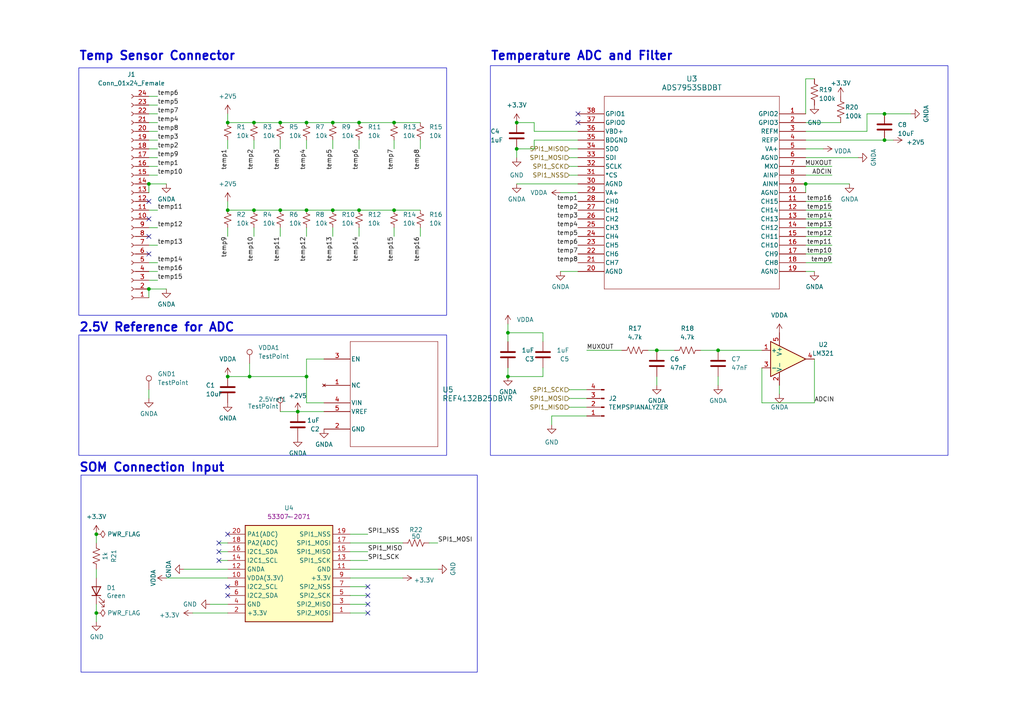
<source format=kicad_sch>
(kicad_sch (version 20231120) (generator "eeschema") (generator_version "8.0")
  (paper "A4")
  (lib_symbols
    (symbol "Amplifier_Operational:LM321" (pin_names (offset 0.127))
      (property "Reference" "U" (at 0 7.62 0))
      (property "Value" "LM321" (at 0 5.08 0))
      (symbol "LM321_0_1"
        (polyline (pts (xy -5.08 5.08) (xy 5.08 0) (xy -5.08 -5.08) (xy -5.08 5.08)) (stroke (width 0.254)) (fill (type background)))
      )
      (symbol "LM321_1_1"
        (pin input line (at -7.62 2.54 0) (length 2.54) (name "+") (number "1"))
        (pin power_in line (at -2.54 -7.62 90) (length 3.81) (name "V-") (number "2"))
        (pin input line (at -7.62 -2.54 0) (length 2.54) (name "-") (number "3"))
        (pin output line (at 7.62 0 180) (length 2.54) (name "~") (number "4"))
        (pin power_in line (at -2.54 7.62 270) (length 3.81) (name "V+") (number "5"))
      )
    )
    (symbol "Connector:Conn_01x04_Pin" (pin_names (offset 1.016) hide)
      (property "Reference" "J" (at 0 5.08 0))
      (property "Value" "Conn_01x04_Pin" (at 0 -7.62 0))
      (symbol "Conn_01x04_Pin_1_1"
        (polyline (pts (xy 1.27 -5.08) (xy 0.8636 -5.08)) (stroke (width 0.1524)))
        (polyline (pts (xy 1.27 -2.54) (xy 0.8636 -2.54)) (stroke (width 0.1524)))
        (polyline (pts (xy 1.27 0) (xy 0.8636 0)) (stroke (width 0.1524)))
        (polyline (pts (xy 1.27 2.54) (xy 0.8636 2.54)) (stroke (width 0.1524)))
        (rectangle (start 0.8636 -4.953) (end 0 -5.207) (stroke (width 0.1524)) (fill (type outline)))
        (rectangle (start 0.8636 -2.413) (end 0 -2.667) (stroke (width 0.1524)) (fill (type outline)))
        (rectangle (start 0.8636 0.127) (end 0 -0.127) (stroke (width 0.1524)) (fill (type outline)))
        (rectangle (start 0.8636 2.667) (end 0 2.413) (stroke (width 0.1524)) (fill (type outline)))
        (pin passive line (at 5.08 2.54 180) (length 3.81) (name "Pin_1") (number "1"))
        (pin passive line (at 5.08 0 180) (length 3.81) (name "Pin_2") (number "2"))
        (pin passive line (at 5.08 -2.54 180) (length 3.81) (name "Pin_3") (number "3"))
        (pin passive line (at 5.08 -5.08 180) (length 3.81) (name "Pin_4") (number "4"))
      )
    )
    (symbol "Connector:Conn_01x24_Socket" (pin_names (offset 1.016) hide)
      (property "Reference" "J" (at 0 30.48 0))
      (property "Value" "Conn_01x24_Socket" (at 0 -33.02 0))
      (symbol "Conn_01x24_Socket_1_1"
        (arc (start 0 -29.972) (mid -0.5058 -30.48) (end 0 -30.988) (stroke (width 0.1524)))
        (arc (start 0 -27.432) (mid -0.5058 -27.94) (end 0 -28.448) (stroke (width 0.1524)))
        (arc (start 0 -24.892) (mid -0.5058 -25.4) (end 0 -25.908) (stroke (width 0.1524)))
        (arc (start 0 -22.352) (mid -0.5058 -22.86) (end 0 -23.368) (stroke (width 0.1524)))
        (arc (start 0 -19.812) (mid -0.5058 -20.32) (end 0 -20.828) (stroke (width 0.1524)))
        (arc (start 0 -17.272) (mid -0.5058 -17.78) (end 0 -18.288) (stroke (width 0.1524)))
        (arc (start 0 -14.732) (mid -0.5058 -15.24) (end 0 -15.748) (stroke (width 0.1524)))
        (arc (start 0 -12.192) (mid -0.5058 -12.7) (end 0 -13.208) (stroke (width 0.1524)))
        (arc (start 0 -9.652) (mid -0.5058 -10.16) (end 0 -10.668) (stroke (width 0.1524)))
        (arc (start 0 -7.112) (mid -0.5058 -7.62) (end 0 -8.128) (stroke (width 0.1524)))
        (arc (start 0 -4.572) (mid -0.5058 -5.08) (end 0 -5.588) (stroke (width 0.1524)))
        (arc (start 0 -2.032) (mid -0.5058 -2.54) (end 0 -3.048) (stroke (width 0.1524)))
        (polyline (pts (xy -1.27 -30.48) (xy -0.508 -30.48)) (stroke (width 0.1524)))
        (polyline (pts (xy -1.27 -27.94) (xy -0.508 -27.94)) (stroke (width 0.1524)))
        (polyline (pts (xy -1.27 -25.4) (xy -0.508 -25.4)) (stroke (width 0.1524)))
        (polyline (pts (xy -1.27 -22.86) (xy -0.508 -22.86)) (stroke (width 0.1524)))
        (polyline (pts (xy -1.27 -20.32) (xy -0.508 -20.32)) (stroke (width 0.1524)))
        (polyline (pts (xy -1.27 -17.78) (xy -0.508 -17.78)) (stroke (width 0.1524)))
        (polyline (pts (xy -1.27 -15.24) (xy -0.508 -15.24)) (stroke (width 0.1524)))
        (polyline (pts (xy -1.27 -12.7) (xy -0.508 -12.7)) (stroke (width 0.1524)))
        (polyline (pts (xy -1.27 -10.16) (xy -0.508 -10.16)) (stroke (width 0.1524)))
        (polyline (pts (xy -1.27 -7.62) (xy -0.508 -7.62)) (stroke (width 0.1524)))
        (polyline (pts (xy -1.27 -5.08) (xy -0.508 -5.08)) (stroke (width 0.1524)))
        (polyline (pts (xy -1.27 -2.54) (xy -0.508 -2.54)) (stroke (width 0.1524)))
        (polyline (pts (xy -1.27 0) (xy -0.508 0)) (stroke (width 0.1524)))
        (polyline (pts (xy -1.27 2.54) (xy -0.508 2.54)) (stroke (width 0.1524)))
        (polyline (pts (xy -1.27 5.08) (xy -0.508 5.08)) (stroke (width 0.1524)))
        (polyline (pts (xy -1.27 7.62) (xy -0.508 7.62)) (stroke (width 0.1524)))
        (polyline (pts (xy -1.27 10.16) (xy -0.508 10.16)) (stroke (width 0.1524)))
        (polyline (pts (xy -1.27 12.7) (xy -0.508 12.7)) (stroke (width 0.1524)))
        (polyline (pts (xy -1.27 15.24) (xy -0.508 15.24)) (stroke (width 0.1524)))
        (polyline (pts (xy -1.27 17.78) (xy -0.508 17.78)) (stroke (width 0.1524)))
        (polyline (pts (xy -1.27 20.32) (xy -0.508 20.32)) (stroke (width 0.1524)))
        (polyline (pts (xy -1.27 22.86) (xy -0.508 22.86)) (stroke (width 0.1524)))
        (polyline (pts (xy -1.27 25.4) (xy -0.508 25.4)) (stroke (width 0.1524)))
        (polyline (pts (xy -1.27 27.94) (xy -0.508 27.94)) (stroke (width 0.1524)))
        (arc (start 0 0.508) (mid -0.5058 0) (end 0 -0.508) (stroke (width 0.1524)))
        (arc (start 0 3.048) (mid -0.5058 2.54) (end 0 2.032) (stroke (width 0.1524)))
        (arc (start 0 5.588) (mid -0.5058 5.08) (end 0 4.572) (stroke (width 0.1524)))
        (arc (start 0 8.128) (mid -0.5058 7.62) (end 0 7.112) (stroke (width 0.1524)))
        (arc (start 0 10.668) (mid -0.5058 10.16) (end 0 9.652) (stroke (width 0.1524)))
        (arc (start 0 13.208) (mid -0.5058 12.7) (end 0 12.192) (stroke (width 0.1524)))
        (arc (start 0 15.748) (mid -0.5058 15.24) (end 0 14.732) (stroke (width 0.1524)))
        (arc (start 0 18.288) (mid -0.5058 17.78) (end 0 17.272) (stroke (width 0.1524)))
        (arc (start 0 20.828) (mid -0.5058 20.32) (end 0 19.812) (stroke (width 0.1524)))
        (arc (start 0 23.368) (mid -0.5058 22.86) (end 0 22.352) (stroke (width 0.1524)))
        (arc (start 0 25.908) (mid -0.5058 25.4) (end 0 24.892) (stroke (width 0.1524)))
        (arc (start 0 28.448) (mid -0.5058 27.94) (end 0 27.432) (stroke (width 0.1524)))
        (pin passive line (at -5.08 27.94 0) (length 3.81) (name "Pin_1") (number "1"))
        (pin passive line (at -5.08 5.08 0) (length 3.81) (name "Pin_10") (number "10"))
        (pin passive line (at -5.08 2.54 0) (length 3.81) (name "Pin_11") (number "11"))
        (pin passive line (at -5.08 0 0) (length 3.81) (name "Pin_12") (number "12"))
        (pin passive line (at -5.08 -2.54 0) (length 3.81) (name "Pin_13") (number "13"))
        (pin passive line (at -5.08 -5.08 0) (length 3.81) (name "Pin_14") (number "14"))
        (pin passive line (at -5.08 -7.62 0) (length 3.81) (name "Pin_15") (number "15"))
        (pin passive line (at -5.08 -10.16 0) (length 3.81) (name "Pin_16") (number "16"))
        (pin passive line (at -5.08 -12.7 0) (length 3.81) (name "Pin_17") (number "17"))
        (pin passive line (at -5.08 -15.24 0) (length 3.81) (name "Pin_18") (number "18"))
        (pin passive line (at -5.08 -17.78 0) (length 3.81) (name "Pin_19") (number "19"))
        (pin passive line (at -5.08 25.4 0) (length 3.81) (name "Pin_2") (number "2"))
        (pin passive line (at -5.08 -20.32 0) (length 3.81) (name "Pin_20") (number "20"))
        (pin passive line (at -5.08 -22.86 0) (length 3.81) (name "Pin_21") (number "21"))
        (pin passive line (at -5.08 -25.4 0) (length 3.81) (name "Pin_22") (number "22"))
        (pin passive line (at -5.08 -27.94 0) (length 3.81) (name "Pin_23") (number "23"))
        (pin passive line (at -5.08 -30.48 0) (length 3.81) (name "Pin_24") (number "24"))
        (pin passive line (at -5.08 22.86 0) (length 3.81) (name "Pin_3") (number "3"))
        (pin passive line (at -5.08 20.32 0) (length 3.81) (name "Pin_4") (number "4"))
        (pin passive line (at -5.08 17.78 0) (length 3.81) (name "Pin_5") (number "5"))
        (pin passive line (at -5.08 15.24 0) (length 3.81) (name "Pin_6") (number "6"))
        (pin passive line (at -5.08 12.7 0) (length 3.81) (name "Pin_7") (number "7"))
        (pin passive line (at -5.08 10.16 0) (length 3.81) (name "Pin_8") (number "8"))
        (pin passive line (at -5.08 7.62 0) (length 3.81) (name "Pin_9") (number "9"))
      )
    )
    (symbol "Connector:TestPoint" (pin_numbers hide) (pin_names (offset 0.762) hide)
      (property "Reference" "TP" (at 0 6.858 0))
      (property "Value" "TestPoint" (at 0 5.08 0))
      (symbol "TestPoint_0_1"
        (circle (center 0 3.302) (radius 0.762))
      )
      (symbol "TestPoint_1_1"
        (pin passive line (at 0 0 90) (length 2.54) (name "1") (number "1"))
      )
    )
    (symbol "Device:C" (pin_numbers hide) (pin_names (offset 0.254))
      (property "Reference" "C" (at 0.635 2.54 0))
      (property "Value" "C" (at 0.635 -2.54 0))
      (symbol "C_0_1"
        (polyline (pts (xy -2.032 -0.762) (xy 2.032 -0.762)) (stroke (width 0.508)))
        (polyline (pts (xy -2.032 0.762) (xy 2.032 0.762)) (stroke (width 0.508)))
      )
      (symbol "C_1_1"
        (pin passive line (at 0 3.81 270) (length 2.794) (name "~") (number "1"))
        (pin passive line (at 0 -3.81 90) (length 2.794) (name "~") (number "2"))
      )
    )
    (symbol "Device:LED" (pin_numbers hide) (pin_names (offset 1.016) hide)
      (property "Reference" "D" (at 0 2.54 0))
      (property "Value" "LED" (at 0 -2.54 0))
      (symbol "LED_0_1"
        (polyline (pts (xy -1.27 -1.27) (xy -1.27 1.27)) (stroke (width 0.254)))
        (polyline (pts (xy -1.27 0) (xy 1.27 0)))
        (polyline (pts (xy 1.27 -1.27) (xy 1.27 1.27) (xy -1.27 0) (xy 1.27 -1.27)) (stroke (width 0.254)))
        (polyline (pts (xy -3.048 -0.762) (xy -4.572 -2.286) (xy -3.81 -2.286) (xy -4.572 -2.286) (xy -4.572 -1.524)))
        (polyline (pts (xy -1.778 -0.762) (xy -3.302 -2.286) (xy -2.54 -2.286) (xy -3.302 -2.286) (xy -3.302 -1.524)))
      )
      (symbol "LED_1_1"
        (pin passive line (at -3.81 0 0) (length 2.54) (name "K") (number "1"))
        (pin passive line (at 3.81 0 180) (length 2.54) (name "A") (number "2"))
      )
    )
    (symbol "Device:R_Small_US" (pin_numbers hide) (pin_names (offset 0.254) hide)
      (property "Reference" "R" (at 0.762 0.508 0))
      (property "Value" "R_Small_US" (at 0.762 -1.016 0))
      (symbol "R_Small_US_1_1"
        (polyline (pts (xy 0 0) (xy 1.016 -0.381) (xy 0 -0.762) (xy -1.016 -1.143) (xy 0 -1.524)))
        (polyline (pts (xy 0 1.524) (xy 1.016 1.143) (xy 0 0.762) (xy -1.016 0.381) (xy 0 0)))
        (pin passive line (at 0 2.54 270) (length 1.016) (name "~") (number "1"))
        (pin passive line (at 0 -2.54 90) (length 1.016) (name "~") (number "2"))
      )
    )
    (symbol "Device:R_US" (pin_numbers hide) (pin_names (offset 0))
      (property "Reference" "R" (at 2.54 0 90))
      (property "Value" "R_US" (at -2.54 0 90))
      (symbol "R_US_0_1"
        (polyline (pts (xy 0 -2.286) (xy 0 -2.54)))
        (polyline (pts (xy 0 2.286) (xy 0 2.54)))
        (polyline (pts (xy 0 -0.762) (xy 1.016 -1.143) (xy 0 -1.524) (xy -1.016 -1.905) (xy 0 -2.286)))
        (polyline (pts (xy 0 0.762) (xy 1.016 0.381) (xy 0 0) (xy -1.016 -0.381) (xy 0 -0.762)))
        (polyline (pts (xy 0 2.286) (xy 1.016 1.905) (xy 0 1.524) (xy -1.016 1.143) (xy 0 0.762)))
      )
      (symbol "R_US_1_1"
        (pin passive line (at 0 3.81 270) (length 1.27) (name "~") (number "1"))
        (pin passive line (at 0 -3.81 90) (length 1.27) (name "~") (number "2"))
      )
    )
    (symbol "GND_1" (power) (pin_numbers hide) (pin_names (offset 0) hide)
      (property "Value" "GND" (at 0 -3.81 0))
      (symbol "GND_1_0_1"
        (polyline (pts (xy 0 0) (xy 0 -1.27) (xy 1.27 -1.27) (xy 0 -2.54) (xy -1.27 -1.27) (xy 0 -1.27)))
      )
      (symbol "GND_1_1_1"
        (pin power_in line (at 0 0 270) (length 0) (name "~") (number "1"))
      )
    )
    (symbol "REF4132:REF4132B25DBVR" (pin_names (offset 0.254))
      (property "Reference" "U" (at 20.32 10.16 0))
      (property "Value" "REF4132B25DBVR" (at 20.32 7.62 0))
      (symbol "REF4132B25DBVR_0_1"
        (polyline (pts (xy 7.62 -25.4) (xy 33.02 -25.4)) (stroke (width 0.127)))
        (polyline (pts (xy 7.62 5.08) (xy 7.62 -25.4)) (stroke (width 0.127)))
        (polyline (pts (xy 33.02 -25.4) (xy 33.02 5.08)) (stroke (width 0.127)))
        (polyline (pts (xy 33.02 5.08) (xy 7.62 5.08)) (stroke (width 0.127)))
        (pin no_connect line (at 0 -7.62 0) (length 7.62) (name "NC") (number "1"))
        (pin power_out line (at 0 -20.32 0) (length 7.62) (name "GND") (number "2"))
        (pin input line (at 0 0 0) (length 7.62) (name "EN") (number "3"))
        (pin power_in line (at 0 -12.7 0) (length 7.62) (name "VIN") (number "4"))
        (pin output line (at 0 -15.24 0) (length 7.62) (name "VREF") (number "5"))
      )
    )
    (symbol "power:+2V5" (power) (pin_names (offset 0))
      (property "Value" "+2V5" (at 0 3.556 0))
      (symbol "+2V5_0_1"
        (polyline (pts (xy -0.762 1.27) (xy 0 2.54)))
        (polyline (pts (xy 0 0) (xy 0 2.54)))
        (polyline (pts (xy 0 2.54) (xy 0.762 1.27)))
      )
      (symbol "+2V5_1_1"
        (pin power_in line (at 0 0 90) (length 0) hide (name "+2V5") (number "1"))
      )
    )
    (symbol "power:+3.3V" (power) (pin_names (offset 0))
      (property "Value" "+3.3V" (at 0 3.556 0))
      (symbol "+3.3V_0_1"
        (polyline (pts (xy -0.762 1.27) (xy 0 2.54)))
        (polyline (pts (xy 0 0) (xy 0 2.54)))
        (polyline (pts (xy 0 2.54) (xy 0.762 1.27)))
      )
      (symbol "+3.3V_1_1"
        (pin power_in line (at 0 0 90) (length 0) hide (name "+3.3V") (number "1"))
      )
    )
    (symbol "power:GND" (power) (pin_names (offset 0))
      (property "Value" "GND" (at 0 -3.81 0))
      (symbol "GND_0_1"
        (polyline (pts (xy 0 0) (xy 0 -1.27) (xy 1.27 -1.27) (xy 0 -2.54) (xy -1.27 -1.27) (xy 0 -1.27)))
      )
      (symbol "GND_1_1"
        (pin power_in line (at 0 0 270) (length 0) hide (name "GND") (number "1"))
      )
    )
    (symbol "power:GNDA" (power) (pin_names (offset 0))
      (property "Value" "GNDA" (at 0 -3.81 0))
      (symbol "GNDA_0_1"
        (polyline (pts (xy 0 0) (xy 0 -1.27) (xy 1.27 -1.27) (xy 0 -2.54) (xy -1.27 -1.27) (xy 0 -1.27)))
      )
      (symbol "GNDA_1_1"
        (pin power_in line (at 0 0 270) (length 0) hide (name "GNDA") (number "1"))
      )
    )
    (symbol "power:PWR_FLAG" (power) (pin_numbers hide) (pin_names (offset 0) hide)
      (property "Value" "PWR_FLAG" (at 0 3.81 0))
      (symbol "PWR_FLAG_0_0"
        (pin power_out line (at 0 0 90) (length 0) (name "pwr") (number "1"))
      )
      (symbol "PWR_FLAG_0_1"
        (polyline (pts (xy 0 0) (xy 0 1.27) (xy -1.016 1.905) (xy 0 2.54) (xy 1.016 1.905) (xy 0 1.27)))
      )
    )
    (symbol "power:VDDA" (power) (pin_names (offset 0))
      (property "Value" "VDDA" (at 0 3.81 0))
      (symbol "VDDA_0_1"
        (polyline (pts (xy -0.762 1.27) (xy 0 2.54)))
        (polyline (pts (xy 0 0) (xy 0 2.54)))
        (polyline (pts (xy 0 2.54) (xy 0.762 1.27)))
      )
      (symbol "VDDA_1_1"
        (pin power_in line (at 0 0 90) (length 0) hide (name "VDDA") (number "1"))
      )
    )
    (symbol "utsvt-chips:ADS7953SBDBT" (pin_names (offset 0.254))
      (property "Reference" "U" (at 33.02 10.16 0))
      (property "Value" "ADS7953SBDBT" (at 33.02 7.62 0))
      (symbol "ADS7953SBDBT_0_1"
        (polyline (pts (xy 7.62 -50.8) (xy 58.42 -50.8)) (stroke (width 0.127)))
        (polyline (pts (xy 7.62 5.08) (xy 7.62 -50.8)) (stroke (width 0.127)))
        (polyline (pts (xy 58.42 -50.8) (xy 58.42 5.08)) (stroke (width 0.127)))
        (polyline (pts (xy 58.42 5.08) (xy 7.62 5.08)) (stroke (width 0.127)))
        (pin bidirectional line (at 0 0 0) (length 7.62) (name "GPIO2") (number "1"))
        (pin power_in line (at 0 -22.86 0) (length 7.62) (name "AGND") (number "10"))
        (pin input line (at 0 -25.4 0) (length 7.62) (name "CH15") (number "11"))
        (pin input line (at 0 -27.94 0) (length 7.62) (name "CH14") (number "12"))
        (pin input line (at 0 -30.48 0) (length 7.62) (name "CH13") (number "13"))
        (pin input line (at 0 -33.02 0) (length 7.62) (name "CH12") (number "14"))
        (pin input line (at 0 -35.56 0) (length 7.62) (name "CH11") (number "15"))
        (pin input line (at 0 -38.1 0) (length 7.62) (name "CH10") (number "16"))
        (pin input line (at 0 -40.64 0) (length 7.62) (name "CH9") (number "17"))
        (pin input line (at 0 -43.18 0) (length 7.62) (name "CH8") (number "18"))
        (pin power_in line (at 0 -45.72 0) (length 7.62) (name "AGND") (number "19"))
        (pin bidirectional line (at 0 -2.54 0) (length 7.62) (name "GPIO3") (number "2"))
        (pin power_in line (at 66.04 -45.72 180) (length 7.62) (name "AGND") (number "20"))
        (pin input line (at 66.04 -43.18 180) (length 7.62) (name "CH7") (number "21"))
        (pin input line (at 66.04 -40.64 180) (length 7.62) (name "CH6") (number "22"))
        (pin input line (at 66.04 -38.1 180) (length 7.62) (name "CH5") (number "23"))
        (pin input line (at 66.04 -35.56 180) (length 7.62) (name "CH4") (number "24"))
        (pin input line (at 66.04 -33.02 180) (length 7.62) (name "CH3") (number "25"))
        (pin input line (at 66.04 -30.48 180) (length 7.62) (name "CH2") (number "26"))
        (pin input line (at 66.04 -27.94 180) (length 7.62) (name "CH1") (number "27"))
        (pin input line (at 66.04 -25.4 180) (length 7.62) (name "CH0") (number "28"))
        (pin power_in line (at 66.04 -22.86 180) (length 7.62) (name "VA+") (number "29"))
        (pin input line (at 0 -5.08 0) (length 7.62) (name "REFM") (number "3"))
        (pin power_in line (at 66.04 -20.32 180) (length 7.62) (name "AGND") (number "30"))
        (pin input line (at 66.04 -17.78 180) (length 7.62) (name "*CS") (number "31"))
        (pin input line (at 66.04 -15.24 180) (length 7.62) (name "SCLK") (number "32"))
        (pin input line (at 66.04 -12.7 180) (length 7.62) (name "SDI") (number "33"))
        (pin output line (at 66.04 -10.16 180) (length 7.62) (name "SDO") (number "34"))
        (pin power_in line (at 66.04 -7.62 180) (length 7.62) (name "BDGND") (number "35"))
        (pin power_in line (at 66.04 -5.08 180) (length 7.62) (name "VBD+") (number "36"))
        (pin bidirectional line (at 66.04 -2.54 180) (length 7.62) (name "GPIO0") (number "37"))
        (pin bidirectional line (at 66.04 0 180) (length 7.62) (name "GPIO1") (number "38"))
        (pin input line (at 0 -7.62 0) (length 7.62) (name "REFP") (number "4"))
        (pin power_in line (at 0 -10.16 0) (length 7.62) (name "VA+") (number "5"))
        (pin power_in line (at 0 -12.7 0) (length 7.62) (name "AGND") (number "6"))
        (pin output line (at 0 -15.24 0) (length 7.62) (name "MXO") (number "7"))
        (pin input line (at 0 -17.78 0) (length 7.62) (name "AINP") (number "8"))
        (pin input line (at 0 -20.32 0) (length 7.62) (name "AINM") (number "9"))
      )
    )
    (symbol "utsvt-misc:PeripheralSOM"
      (property "Reference" "U" (at 0 -1.27 0))
      (property "P/N" "53307-2071" (at 0 0 0))
      (symbol "PeripheralSOM_1_1"
        (rectangle (start -12.7 -2.54) (end 12.7 -30.48) (stroke (width 0.254)) (fill (type background)))
        (pin passive line (at 17.78 -27.94 180) (length 5.08) (name "SPI2_MOSI") (number "1"))
        (pin passive line (at -17.78 -17.78 0) (length 5.08) (name "VDDA(3.3V)") (number "10"))
        (pin output line (at 17.78 -15.24 180) (length 5.08) (name "GND") (number "11"))
        (pin output line (at -17.78 -15.24 0) (length 5.08) (name "GNDA") (number "12"))
        (pin passive line (at 17.78 -12.7 180) (length 5.08) (name "SPI1_SCK") (number "13"))
        (pin passive line (at -17.78 -12.7 0) (length 5.08) (name "I2C1_SCL") (number "14"))
        (pin passive line (at 17.78 -10.16 180) (length 5.08) (name "SPI1_MISO") (number "15"))
        (pin passive line (at -17.78 -10.16 0) (length 5.08) (name "I2C1_SDA") (number "16"))
        (pin passive line (at 17.78 -7.62 180) (length 5.08) (name "SPI1_MOSI") (number "17"))
        (pin passive line (at -17.78 -7.62 0) (length 5.08) (name "PA2(ADC)") (number "18"))
        (pin passive line (at 17.78 -5.08 180) (length 5.08) (name "SPI1_NSS") (number "19"))
        (pin passive line (at -17.78 -27.94 0) (length 5.08) (name "+3.3V") (number "2"))
        (pin passive line (at -17.78 -5.08 0) (length 5.08) (name "PA1(ADC)") (number "20"))
        (pin passive line (at 17.78 -25.4 180) (length 5.08) (name "SPI2_MISO") (number "3"))
        (pin output line (at -17.78 -25.4 0) (length 5.08) (name "GND") (number "4"))
        (pin passive line (at 17.78 -22.86 180) (length 5.08) (name "SPI2_SCK") (number "5"))
        (pin passive line (at -17.78 -22.86 0) (length 5.08) (name "I2C2_SDA") (number "6"))
        (pin passive line (at 17.78 -20.32 180) (length 5.08) (name "SPI2_NSS") (number "7"))
        (pin passive line (at -17.78 -20.32 0) (length 5.08) (name "I2C2_SCL") (number "8"))
        (pin output line (at 17.78 -17.78 180) (length 5.08) (name "+3.3V") (number "9"))
      )
    )
  )
  (junction (at 96.52 35.56))
  (junction (at 43.18 53.34))
  (junction (at 147.32 109.22))
  (junction (at 66.04 60.96))
  (junction (at 147.32 96.52))
  (junction (at 66.04 109.22))
  (junction (at 104.14 60.96))
  (junction (at 81.28 60.96))
  (junction (at 43.18 83.82))
  (junction (at 73.66 60.96))
  (junction (at 190.5 101.6))
  (junction (at 81.28 35.56))
  (junction (at 27.94 154.94))
  (junction (at 88.9 35.56))
  (junction (at 233.68 53.34))
  (junction (at 149.86 43.18))
  (junction (at 114.3 35.56))
  (junction (at 114.3 60.96))
  (junction (at 256.54 33.02))
  (junction (at 256.54 40.64))
  (junction (at 73.66 35.56))
  (junction (at 66.04 35.56))
  (junction (at 96.52 60.96))
  (junction (at 27.94 177.8))
  (junction (at 149.86 35.56))
  (junction (at 104.14 35.56))
  (junction (at 208.28 101.6))
  (junction (at 86.36 119.38))
  (junction (at 88.9 109.22))
  (junction (at 72.39 109.22))
  (junction (at 88.9 60.96))
  (no_connect (at 63.5 157.48))
  (no_connect (at 63.5 160.02))
  (no_connect (at 167.64 35.56))
  (no_connect (at 63.5 162.56))
  (no_connect (at 106.68 172.72))
  (no_connect (at 66.04 154.94))
  (no_connect (at 43.18 63.5))
  (no_connect (at 66.04 170.18))
  (no_connect (at 167.64 33.02))
  (no_connect (at 43.18 58.42))
  (no_connect (at 106.68 177.8))
  (no_connect (at 106.68 170.18))
  (no_connect (at 106.68 175.26))
  (no_connect (at 43.18 68.58))
  (no_connect (at 66.04 172.72))
  (no_connect (at 43.18 73.66))
  (wire (pts (xy 233.68 22.86) (xy 236.22 22.86)))
  (wire (pts (xy 101.6 177.8) (xy 106.68 177.8)))
  (wire (pts (xy 154.94 43.18) (xy 149.86 43.18)))
  (wire (pts (xy 45.72 40.64) (xy 43.18 40.64)))
  (wire (pts (xy 101.6 170.18) (xy 106.68 170.18)))
  (wire (pts (xy 246.38 53.34) (xy 233.68 53.34)))
  (wire (pts (xy 241.3 58.42) (xy 233.68 58.42)))
  (wire (pts (xy 203.2 101.6) (xy 208.28 101.6)))
  (wire (pts (xy 96.52 60.96) (xy 104.14 60.96)))
  (wire (pts (xy 220.98 106.68) (xy 220.98 116.84)))
  (wire (pts (xy 88.9 104.14) (xy 93.98 104.14)))
  (wire (pts (xy 86.36 120.65) (xy 86.36 119.38)))
  (wire (pts (xy 27.94 165.1) (xy 27.94 167.64)))
  (wire (pts (xy 63.5 157.48) (xy 66.04 157.48)))
  (wire (pts (xy 190.5 111.76) (xy 190.5 109.22)))
  (wire (pts (xy 208.28 109.22) (xy 208.28 111.76)))
  (wire (pts (xy 27.94 154.94) (xy 27.94 157.48)))
  (wire (pts (xy 81.28 35.56) (xy 88.9 35.56)))
  (wire (pts (xy 236.22 116.84) (xy 236.22 104.14)))
  (wire (pts (xy 72.39 105.41) (xy 72.39 109.22)))
  (wire (pts (xy 127 165.1) (xy 101.6 165.1)))
  (wire (pts (xy 66.04 109.22) (xy 72.39 109.22)))
  (wire (pts (xy 157.48 109.22) (xy 147.32 109.22)))
  (wire (pts (xy 233.68 78.74) (xy 236.22 78.74)))
  (wire (pts (xy 101.6 154.94) (xy 106.68 154.94)))
  (wire (pts (xy 45.72 43.18) (xy 43.18 43.18)))
  (wire (pts (xy 241.3 71.12) (xy 233.68 71.12)))
  (wire (pts (xy 43.18 53.34) (xy 43.18 55.88)))
  (wire (pts (xy 45.72 81.28) (xy 43.18 81.28)))
  (wire (pts (xy 165.1 115.57) (xy 170.18 115.57)))
  (wire (pts (xy 45.72 48.26) (xy 43.18 48.26)))
  (wire (pts (xy 241.3 48.26) (xy 233.68 48.26)))
  (wire (pts (xy 264.16 33.02) (xy 256.54 33.02)))
  (wire (pts (xy 256.54 40.64) (xy 259.08 40.64)))
  (wire (pts (xy 66.04 68.58) (xy 66.04 66.04)))
  (wire (pts (xy 45.72 76.2) (xy 43.18 76.2)))
  (wire (pts (xy 66.04 40.64) (xy 66.04 43.18)))
  (wire (pts (xy 45.72 71.12) (xy 43.18 71.12)))
  (wire (pts (xy 167.64 53.34) (xy 149.86 53.34)))
  (wire (pts (xy 162.56 55.88) (xy 167.64 55.88)))
  (wire (pts (xy 114.3 35.56) (xy 121.92 35.56)))
  (wire (pts (xy 72.39 109.22) (xy 88.9 109.22)))
  (wire (pts (xy 167.64 48.26) (xy 165.1 48.26)))
  (wire (pts (xy 45.72 30.48) (xy 43.18 30.48)))
  (wire (pts (xy 43.18 113.03) (xy 43.18 115.57)))
  (wire (pts (xy 147.32 93.98) (xy 147.32 96.52)))
  (wire (pts (xy 241.3 76.2) (xy 233.68 76.2)))
  (wire (pts (xy 167.64 45.72) (xy 165.1 45.72)))
  (wire (pts (xy 149.86 45.72) (xy 149.86 43.18)))
  (wire (pts (xy 73.66 68.58) (xy 73.66 66.04)))
  (wire (pts (xy 251.46 33.02) (xy 256.54 33.02)))
  (wire (pts (xy 251.46 38.1) (xy 251.46 33.02)))
  (wire (pts (xy 165.1 50.8) (xy 167.64 50.8)))
  (wire (pts (xy 101.6 157.48) (xy 116.84 157.48)))
  (wire (pts (xy 241.3 60.96) (xy 233.68 60.96)))
  (wire (pts (xy 121.92 68.58) (xy 121.92 66.04)))
  (wire (pts (xy 147.32 96.52) (xy 157.48 96.52)))
  (wire (pts (xy 93.98 116.84) (xy 88.9 116.84)))
  (wire (pts (xy 233.68 33.02) (xy 233.68 22.86)))
  (wire (pts (xy 154.94 43.18) (xy 154.94 40.64)))
  (wire (pts (xy 66.04 33.02) (xy 66.04 35.56)))
  (wire (pts (xy 88.9 43.18) (xy 88.9 40.64)))
  (wire (pts (xy 27.94 175.26) (xy 27.94 177.8)))
  (wire (pts (xy 190.5 101.6) (xy 195.58 101.6)))
  (wire (pts (xy 104.14 35.56) (xy 114.3 35.56)))
  (wire (pts (xy 241.3 66.04) (xy 233.68 66.04)))
  (wire (pts (xy 241.3 68.58) (xy 233.68 68.58)))
  (wire (pts (xy 114.3 60.96) (xy 121.92 60.96)))
  (wire (pts (xy 233.68 38.1) (xy 251.46 38.1)))
  (wire (pts (xy 226.06 114.3) (xy 226.06 111.76)))
  (wire (pts (xy 45.72 33.02) (xy 43.18 33.02)))
  (wire (pts (xy 66.04 35.56) (xy 73.66 35.56)))
  (wire (pts (xy 101.6 160.02) (xy 106.68 160.02)))
  (wire (pts (xy 81.28 43.18) (xy 81.28 40.64)))
  (wire (pts (xy 241.3 50.8) (xy 233.68 50.8)))
  (wire (pts (xy 45.72 60.96) (xy 43.18 60.96)))
  (wire (pts (xy 96.52 68.58) (xy 96.52 66.04)))
  (wire (pts (xy 157.48 106.68) (xy 157.48 109.22)))
  (wire (pts (xy 53.34 165.1) (xy 66.04 165.1)))
  (wire (pts (xy 233.68 40.64) (xy 256.54 40.64)))
  (wire (pts (xy 167.64 43.18) (xy 165.1 43.18)))
  (wire (pts (xy 73.66 43.18) (xy 73.66 40.64)))
  (wire (pts (xy 48.26 167.64) (xy 66.04 167.64)))
  (wire (pts (xy 157.48 99.06) (xy 157.48 96.52)))
  (wire (pts (xy 45.72 78.74) (xy 43.18 78.74)))
  (wire (pts (xy 101.6 172.72) (xy 106.68 172.72)))
  (wire (pts (xy 154.94 35.56) (xy 149.86 35.56)))
  (wire (pts (xy 66.04 60.96) (xy 73.66 60.96)))
  (wire (pts (xy 43.18 53.34) (xy 48.26 53.34)))
  (wire (pts (xy 208.28 101.6) (xy 220.98 101.6)))
  (wire (pts (xy 45.72 45.72) (xy 43.18 45.72)))
  (wire (pts (xy 124.46 157.48) (xy 127 157.48)))
  (wire (pts (xy 88.9 60.96) (xy 96.52 60.96)))
  (wire (pts (xy 104.14 68.58) (xy 104.14 66.04)))
  (wire (pts (xy 241.3 63.5) (xy 233.68 63.5)))
  (wire (pts (xy 81.28 119.38) (xy 86.36 119.38)))
  (wire (pts (xy 165.1 113.03) (xy 170.18 113.03)))
  (wire (pts (xy 187.96 101.6) (xy 190.5 101.6)))
  (wire (pts (xy 147.32 106.68) (xy 147.32 109.22)))
  (wire (pts (xy 86.36 119.38) (xy 93.98 119.38)))
  (wire (pts (xy 233.68 43.18) (xy 238.76 43.18)))
  (wire (pts (xy 233.68 45.72) (xy 248.92 45.72)))
  (wire (pts (xy 233.68 55.88) (xy 233.68 53.34)))
  (wire (pts (xy 88.9 109.22) (xy 88.9 104.14)))
  (wire (pts (xy 63.5 162.56) (xy 66.04 162.56)))
  (wire (pts (xy 96.52 35.56) (xy 104.14 35.56)))
  (wire (pts (xy 55.88 177.8) (xy 66.04 177.8)))
  (wire (pts (xy 88.9 116.84) (xy 88.9 109.22)))
  (wire (pts (xy 73.66 35.56) (xy 81.28 35.56)))
  (wire (pts (xy 241.3 73.66) (xy 233.68 73.66)))
  (wire (pts (xy 101.6 175.26) (xy 106.68 175.26)))
  (wire (pts (xy 43.18 83.82) (xy 43.18 86.36)))
  (wire (pts (xy 45.72 66.04) (xy 43.18 66.04)))
  (wire (pts (xy 27.94 177.8) (xy 27.94 180.34)))
  (wire (pts (xy 121.92 43.18) (xy 121.92 40.64)))
  (wire (pts (xy 147.32 96.52) (xy 147.32 99.06)))
  (wire (pts (xy 114.3 68.58) (xy 114.3 66.04)))
  (wire (pts (xy 170.18 101.6) (xy 180.34 101.6)))
  (wire (pts (xy 233.68 35.56) (xy 243.84 35.56)))
  (wire (pts (xy 45.72 50.8) (xy 43.18 50.8)))
  (wire (pts (xy 160.02 120.65) (xy 170.18 120.65)))
  (wire (pts (xy 88.9 68.58) (xy 88.9 66.04)))
  (wire (pts (xy 73.66 60.96) (xy 81.28 60.96)))
  (wire (pts (xy 114.3 43.18) (xy 114.3 40.64)))
  (wire (pts (xy 101.6 162.56) (xy 106.68 162.56)))
  (wire (pts (xy 81.28 60.96) (xy 88.9 60.96)))
  (wire (pts (xy 45.72 35.56) (xy 43.18 35.56)))
  (wire (pts (xy 60.96 175.26) (xy 66.04 175.26)))
  (wire (pts (xy 81.28 68.58) (xy 81.28 66.04)))
  (wire (pts (xy 96.52 43.18) (xy 96.52 40.64)))
  (wire (pts (xy 162.56 78.74) (xy 167.64 78.74)))
  (wire (pts (xy 154.94 35.56) (xy 154.94 38.1)))
  (wire (pts (xy 66.04 58.42) (xy 66.04 60.96)))
  (wire (pts (xy 101.6 167.64) (xy 116.84 167.64)))
  (wire (pts (xy 104.14 60.96) (xy 114.3 60.96)))
  (wire (pts (xy 154.94 38.1) (xy 167.64 38.1)))
  (wire (pts (xy 104.14 43.18) (xy 104.14 40.64)))
  (wire (pts (xy 154.94 40.64) (xy 167.64 40.64)))
  (wire (pts (xy 220.98 116.84) (xy 236.22 116.84)))
  (wire (pts (xy 45.72 38.1) (xy 43.18 38.1)))
  (wire (pts (xy 43.18 83.82) (xy 48.26 83.82)))
  (wire (pts (xy 165.1 118.11) (xy 170.18 118.11)))
  (wire (pts (xy 88.9 35.56) (xy 96.52 35.56)))
  (wire (pts (xy 63.5 160.02) (xy 66.04 160.02)))
  (wire (pts (xy 160.02 123.19) (xy 160.02 120.65)))
  (wire (pts (xy 45.72 27.94) (xy 43.18 27.94)))
  (rectangle (start 22.86 97.155) (end 129.54 132.08))
  (rectangle (start 22.86 19.685) (end 129.54 91.44))
  (rectangle (start 23.495 137.795) (end 138.43 194.945))
  (rectangle (start 142.24 19.05) (end 274.955 132.08))
  (text "SOM Connection Input\n" (at 22.86 137.16 0) (effects (font (size 2.5 2.5) (thickness 0.5) (bold yes)) (justify left bottom)))
  (text "2.5V Reference for ADC" (at 22.86 96.52 0) (effects (font (size 2.5 2.5) (thickness 0.5) (bold yes)) (justify left bottom)))
  (text "Temperature ADC and Filter\n" (at 142.24 17.78 0) (effects (font (size 2.5 2.5) (thickness 0.5) (bold yes)) (justify left bottom)))
  (text "Temp Sensor Connector\n" (at 22.86 17.78 0) (effects (font (size 2.5 2.5) (thickness 0.5) (bold yes)) (justify left bottom)))
  (label "temp4" (at 45.72 35.56 0))
  (label "temp11" (at 45.72 60.96 0))
  (label "temp1" (at 66.04 43.18 270))
  (label "ADCIN" (at 236.22 116.84 0))
  (label "temp3" (at 45.72 40.64 0))
  (label "temp12" (at 88.9 68.58 270))
  (label "temp12" (at 241.3 68.58 180))
  (label "temp16" (at 241.3 58.42 180))
  (label "MUXOUT" (at 170.18 101.6 0))
  (label "temp2" (at 73.66 43.18 270))
  (label "temp15" (at 114.3 68.58 270))
  (label "SPI1_MISO" (at 106.68 160.02 0))
  (label "SPI1_SCK" (at 106.68 162.56 0))
  (label "temp9" (at 241.3 76.2 180))
  (label "temp9" (at 45.72 45.72 0))
  (label "temp9" (at 66.04 68.58 270))
  (label "temp4" (at 167.64 66.04 180))
  (label "temp13" (at 96.52 68.58 270))
  (label "temp8" (at 45.72 38.1 0))
  (label "temp8" (at 121.92 43.18 270))
  (label "temp6" (at 167.64 71.12 180))
  (label "temp15" (at 241.3 60.96 180))
  (label "temp6" (at 45.72 27.94 0))
  (label "temp11" (at 241.3 71.12 180))
  (label "SPI1_NSS" (at 106.68 154.94 0))
  (label "temp10" (at 73.66 68.58 270))
  (label "temp16" (at 121.92 68.58 270))
  (label "temp3" (at 81.28 43.18 270))
  (label "temp7" (at 114.3 43.18 270))
  (label "temp13" (at 45.72 71.12 0))
  (label "temp11" (at 81.28 68.58 270))
  (label "temp14" (at 104.14 68.58 270))
  (label "temp6" (at 104.14 43.18 270))
  (label "temp10" (at 241.3 73.66 180))
  (label "temp14" (at 45.72 76.2 0))
  (label "ADCIN" (at 241.3 50.8 180))
  (label "SPI1_MOSI" (at 127 157.48 0))
  (label "temp5" (at 45.72 30.48 0))
  (label "temp7" (at 45.72 33.02 0))
  (label "temp3" (at 167.64 63.5 180))
  (label "MUXOUT" (at 241.3 48.26 180))
  (label "temp2" (at 45.72 43.18 0))
  (label "temp15" (at 45.72 81.28 0))
  (label "temp5" (at 167.64 68.58 180))
  (label "temp10" (at 45.72 50.8 0))
  (label "temp2" (at 167.64 60.96 180))
  (label "temp13" (at 241.3 66.04 180))
  (label "temp16" (at 45.72 78.74 0))
  (label "temp8" (at 167.64 76.2 180))
  (label "temp4" (at 88.9 43.18 270))
  (label "temp12" (at 45.72 66.04 0))
  (label "temp5" (at 96.52 43.18 270))
  (label "temp1" (at 45.72 48.26 0))
  (label "temp7" (at 167.64 73.66 180))
  (label "temp1" (at 167.64 58.42 180))
  (label "temp14" (at 241.3 63.5 180))
  (hierarchical_label "SPI1_MOSI" (shape input) (at 165.1 115.57 180))
  (hierarchical_label "SPI1_SCK" (shape input) (at 165.1 113.03 180))
  (hierarchical_label "SPI1_MISO" (shape input) (at 165.1 43.18 180))
  (hierarchical_label "SPI1_MOSI" (shape input) (at 165.1 45.72 180))
  (hierarchical_label "SPI1_SCK" (shape input) (at 165.1 48.26 180))
  (hierarchical_label "SPI1_NSS" (shape input) (at 165.1 50.8 180))
  (hierarchical_label "SPI1_MISO" (shape input) (at 165.1 118.11 180))
  (symbol (lib_id "power:VDDA") (at 162.56 55.88 90) (mirror x) (unit 1)
    (property "Reference" "#PWR016" (effects (hide yes)))
    (property "Value" "VDDA" (at 158.75 55.88 90) (effects (justify left)))
  )
  (symbol (lib_id "power:GNDA") (at 162.56 78.74 0) (unit 1)
    (property "Reference" "#PWR018" (effects (hide yes)))
    (property "Value" "GNDA" (at 162.56 83.185 0))
  )
  (symbol (lib_id "Device:R_Small_US") (at 81.28 63.5 180) (unit 1)
    (property "Reference" "R6" (at 83.82 62.23 0) (effects (justify right)))
    (property "Value" "10k" (at 83.82 64.77 0) (effects (justify right)))
    (property "Footprint" "Resistor_SMD:R_0805_2012Metric" (effects (hide yes)))
  )
  (symbol (lib_id "Device:C") (at 190.5 105.41 180) (unit 1)
    (property "Reference" "C6" (at 194.31 104.14 0) (effects (justify right)))
    (property "Value" "47nF" (at 194.31 106.68 0) (effects (justify right)))
    (property "Footprint" "Capacitor_SMD:C_0805_2012Metric" (effects (hide yes)))
  )
  (symbol (lib_id "power:VDDA") (at 238.76 43.18 270) (unit 1)
    (property "Reference" "#PWR025" (effects (hide yes)))
    (property "Value" "VDDA" (at 241.935 43.815 90) (effects (justify left)))
  )
  (symbol (lib_id "Device:R_US") (at 27.94 161.29 180) (unit 1)
    (property "Reference" "R21" (at 33.02 161.29 90))
    (property "Value" "1k" (at 30.48 161.29 90))
    (property "Footprint" "Resistor_SMD:R_0805_2012Metric" (effects (hide yes)))
  )
  (symbol (lib_id "Connector:TestPoint") (at 81.28 119.38 0) (unit 1)
    (property "Reference" "2.5Vref1" (at 74.93 115.824 0) (effects (justify left)))
    (property "Value" "TestPoint" (at 71.882 117.856 0) (effects (justify left)))
    (property "Footprint" "TestPoint:TestPoint_Keystone_5005-5009_Compact" (effects (hide yes)))
    (property "Description" "test point" (effects (hide yes)))
  )
  (symbol (lib_id "utsvt-chips:ADS7953SBDBT") (at 233.68 33.02 0) (mirror y) (unit 1)
    (property "Reference" "U3" (at 200.66 22.86 0) (effects (font (size 1.524 1.524))))
    (property "Value" "ADS7953SBDBT" (at 200.66 25.4 0) (effects (font (size 1.524 1.524))))
    (property "Footprint" "Package_SO:TSSOP-38_4.4x9.7mm_P0.5mm" (effects (hide yes)))
    (property "Datasheet" "https://www.ti.com/lit/ds/symlink/ads7953.pdf?ts=1703323490930&ref_url=https%253A%252F%252Fwww.ti.com%252Fproduct%252FADS7953%252Fpart-details%252FADS7953SBDBT" (effects (hide yes)))
  )
  (symbol (lib_id "power:GNDA") (at 53.34 165.1 270) (unit 1)
    (property "Reference" "#PWR034" (effects (hide yes)))
    (property "Value" "GNDA" (at 48.895 165.1 0))
  )
  (symbol (lib_id "Device:R_Small_US") (at 114.3 38.1 180) (unit 1)
    (property "Reference" "R13" (at 116.84 36.83 0) (effects (justify right)))
    (property "Value" "10k" (at 116.84 39.37 0) (effects (justify right)))
    (property "Footprint" "Resistor_SMD:R_0805_2012Metric" (effects (hide yes)))
  )
  (symbol (lib_id "power:+3.3V") (at 243.84 27.94 0) (unit 1)
    (property "Reference" "#PWR026" (effects (hide yes)))
    (property "Value" "+3.3V" (at 243.84 24.13 0))
  )
  (symbol (lib_id "Device:R_Small_US") (at 81.28 38.1 180) (unit 1)
    (property "Reference" "R5" (at 83.82 36.83 0) (effects (justify right)))
    (property "Value" "10k" (at 83.82 39.37 0) (effects (justify right)))
    (property "Footprint" "Resistor_SMD:R_0805_2012Metric" (effects (hide yes)))
  )
  (symbol (lib_id "Connector:Conn_01x04_Pin") (at 175.26 118.11 180) (unit 1)
    (property "Reference" "J2" (at 176.53 115.5699 0) (effects (justify right)))
    (property "Value" "TEMPSPIANALYZER" (at 176.53 118.1099 0) (effects (justify right)))
    (property "Footprint" "Connector_PinHeader_2.54mm:PinHeader_1x04_P2.54mm_Vertical" (effects (hide yes)))
  )
  (symbol (lib_id "utsvt-misc:PeripheralSOM") (at 83.82 149.86 0) (unit 1)
    (property "Reference" "U4" (at 83.82 147.32 0))
    (property "Value" "~" (at 83.82 149.86 0))
    (property "Footprint" "UTSVT_Special:PeripheralSOM" (effects (hide yes)))
    (property "Datasheet" "https://tools.molex.com/pdm_docs/sd/533072071_sd.pdf" (effects (hide yes)))
    (property "P/N" "53307-2071" (at 83.82 149.86 0))
    (property "Height" "3.85" (effects (hide yes)))
  )
  (symbol (lib_id "Device:C") (at 147.32 102.87 0) (unit 1)
    (property "Reference" "C3" (at 154.94 104.14 0) (effects (justify right)))
    (property "Value" "1uF" (at 154.94 101.6 0) (effects (justify right)))
    (property "Footprint" "Capacitor_SMD:C_0805_2012Metric" (effects (hide yes)))
  )
  (symbol (lib_id "Device:R_US") (at 184.15 101.6 270) (unit 1)
    (property "Reference" "R17" (at 184.15 95.25 90))
    (property "Value" "4.7k" (at 184.15 97.79 90))
    (property "Footprint" "Resistor_SMD:R_0805_2012Metric" (effects (hide yes)))
  )
  (symbol (lib_id "power:+2V5") (at 66.04 58.42 0) (unit 1)
    (property "Reference" "#PWR010" (effects (hide yes)))
    (property "Value" "+2V5" (at 66.04 53.34 0))
  )
  (symbol (lib_id "power:+3.3V") (at 27.94 154.94 0) (unit 1)
    (property "Reference" "#PWR031" (effects (hide yes)))
    (property "Value" "+3.3V" (at 27.94 149.86 0))
  )
  (symbol (lib_id "power:+3.3V") (at 116.84 167.64 270) (unit 1)
    (property "Reference" "#PWR037" (effects (hide yes)))
    (property "Value" "+3.3V" (at 120.015 168.275 90) (effects (justify left)))
  )
  (symbol (lib_id "power:+3.3V") (at 149.86 35.56 0) (mirror y) (unit 1)
    (property "Reference" "#PWR013" (effects (hide yes)))
    (property "Value" "+3.3V" (at 149.86 30.48 0))
  )
  (symbol (lib_id "Device:R_Small_US") (at 66.04 63.5 180) (unit 1)
    (property "Reference" "R2" (at 68.58 62.23 0) (effects (justify right)))
    (property "Value" "10k" (at 68.58 64.77 0) (effects (justify right)))
    (property "Footprint" "Resistor_SMD:R_0805_2012Metric" (effects (hide yes)))
  )
  (symbol (lib_id "Device:R_Small_US") (at 88.9 63.5 180) (unit 1)
    (property "Reference" "R8" (at 91.44 62.23 0) (effects (justify right)))
    (property "Value" "10k" (at 91.44 64.77 0) (effects (justify right)))
    (property "Footprint" "Resistor_SMD:R_0805_2012Metric" (effects (hide yes)))
  )
  (symbol (lib_id "Device:C") (at 256.54 36.83 0) (unit 1)
    (property "Reference" "C8" (at 260.35 36.195 0) (effects (justify left)))
    (property "Value" "10uF" (at 260.35 38.735 0) (effects (justify left)))
    (property "Footprint" "Capacitor_SMD:C_0805_2012Metric" (effects (hide yes)))
  )
  (symbol (lib_id "power:+2V5") (at 86.36 119.38 0) (unit 1)
    (property "Reference" "#PWR04" (effects (hide yes)))
    (property "Value" "+2V5" (at 86.36 114.808 0))
  )
  (symbol (lib_id "power:+2V5") (at 66.04 33.02 0) (unit 1)
    (property "Reference" "#PWR09" (effects (hide yes)))
    (property "Value" "+2V5" (at 66.04 27.94 0))
  )
  (symbol (lib_id "Device:C") (at 66.04 113.03 180) (unit 1)
    (property "Reference" "C1" (at 59.69 111.76 0) (effects (justify right)))
    (property "Value" "10uF" (at 59.69 114.3 0) (effects (justify right)))
    (property "Footprint" "Capacitor_SMD:C_0805_2012Metric" (effects (hide yes)))
  )
  (symbol (lib_id "power:GND") (at 236.22 30.48 0) (unit 1)
    (property "Reference" "#PWR023" (effects (hide yes)))
    (property "Value" "GND" (at 236.22 35.56 0))
  )
  (symbol (lib_id "Device:R_US") (at 243.84 31.75 0) (unit 1)
    (property "Reference" "R20" (at 245.11 31.115 0) (effects (justify left)))
    (property "Value" "100k" (at 245.11 33.655 0) (effects (justify left)))
    (property "Footprint" "Resistor_SMD:R_0805_2012Metric" (effects (hide yes)))
  )
  (symbol (lib_id "power:GNDA") (at 43.18 115.57 0) (unit 1)
    (property "Reference" "#PWR06" (effects (hide yes)))
    (property "Value" "GNDA" (at 43.18 120.015 0))
  )
  (symbol (lib_id "power:VDDA") (at 66.04 109.22 0) (mirror y) (unit 1)
    (property "Reference" "#PWR01" (effects (hide yes)))
    (property "Value" "VDDA" (at 66.04 104.14 0))
  )
  (symbol (lib_id "power:GND") (at 127 165.1 90) (unit 1)
    (property "Reference" "#PWR038" (effects (hide yes)))
    (property "Value" "GND" (at 131.3942 164.973 0))
  )
  (symbol (lib_id "Device:R_Small_US") (at 121.92 63.5 180) (unit 1)
    (property "Reference" "R16" (at 124.46 62.23 0) (effects (justify right)))
    (property "Value" "10k" (at 124.46 64.77 0) (effects (justify right)))
    (property "Footprint" "Resistor_SMD:R_0805_2012Metric" (effects (hide yes)))
  )
  (symbol (lib_id "power:VDDA") (at 147.32 93.98 0) (mirror y) (unit 1)
    (property "Reference" "#PWR011" (effects (hide yes)))
    (property "Value" "VDDA" (at 149.86 92.71 0) (effects (justify right)))
  )
  (symbol (lib_id "power:GNDA") (at 149.86 53.34 0) (unit 1)
    (property "Reference" "#PWR015" (effects (hide yes)))
    (property "Value" "GNDA" (at 149.86 57.785 0))
  )
  (symbol (lib_id "Device:R_Small_US") (at 104.14 38.1 180) (unit 1)
    (property "Reference" "R11" (at 106.68 36.83 0) (effects (justify right)))
    (property "Value" "10k" (at 106.68 39.37 0) (effects (justify right)))
    (property "Footprint" "Resistor_SMD:R_0805_2012Metric" (effects (hide yes)))
  )
  (symbol (lib_id "power:VDDA") (at 226.06 96.52 0) (mirror y) (unit 1)
    (property "Reference" "#PWR021" (effects (hide yes)))
    (property "Value" "VDDA" (at 226.06 91.44 0))
  )
  (symbol (lib_id "power:GNDA") (at 246.38 53.34 0) (unit 1)
    (property "Reference" "#PWR027" (effects (hide yes)))
    (property "Value" "GNDA" (at 246.38 57.785 0))
  )
  (symbol (lib_id "power:GND") (at 160.02 123.19 0) (mirror y) (unit 1)
    (property "Reference" "#PWR017" (effects (hide yes)))
    (property "Value" "GND" (at 160.02 128.27 0))
  )
  (symbol (lib_id "Connector:Conn_01x24_Socket") (at 38.1 58.42 180) (unit 1)
    (property "Reference" "J1" (at 38.1 21.59 0))
    (property "Value" "Conn_01x24_Female" (at 38.1 24.13 0))
    (property "Footprint" "Connector_PinHeader_2.54mm:PinHeader_1x24_P2.54mm_Vertical" (effects (hide yes)))
  )
  (symbol (lib_id "Device:R_US") (at 199.39 101.6 270) (unit 1)
    (property "Reference" "R18" (at 199.39 95.25 90))
    (property "Value" "4.7k" (at 199.39 97.79 90))
    (property "Footprint" "Resistor_SMD:R_0805_2012Metric" (effects (hide yes)))
  )
  (symbol (lib_id "Device:R_Small_US") (at 73.66 38.1 180) (unit 1)
    (property "Reference" "R3" (at 76.2 36.83 0) (effects (justify right)))
    (property "Value" "10k" (at 76.2 39.37 0) (effects (justify right)))
    (property "Footprint" "Resistor_SMD:R_0805_2012Metric" (effects (hide yes)))
  )
  (symbol (lib_id "Device:LED") (at 27.94 171.45 90) (unit 1)
    (property "Reference" "D1" (at 30.9118 170.4848 90) (effects (justify right)))
    (property "Value" "Green" (at 30.9118 172.7962 90) (effects (justify right)))
    (property "Footprint" "LED_SMD:LED_0805_2012Metric" (effects (hide yes)))
  )
  (symbol (lib_name "GND_1") (lib_id "power:GND") (at 60.96 175.26 270) (unit 1)
    (property "Reference" "#PWR036" (effects (hide yes)))
    (property "Value" "GND" (at 57.15 175.2599 90) (effects (justify right)))
    (property "Description" "Power symbol creates a global label with name \"GND\" , ground" (effects (hide yes)))
  )
  (symbol (lib_id "power:+3.3V") (at 55.88 177.8 90) (unit 1)
    (property "Reference" "#PWR035" (effects (hide yes)))
    (property "Value" "+3.3V" (at 52.07 178.435 90) (effects (justify left)))
  )
  (symbol (lib_id "Device:R_Small_US") (at 88.9 38.1 180) (unit 1)
    (property "Reference" "R7" (at 91.44 36.83 0) (effects (justify right)))
    (property "Value" "10k" (at 91.44 39.37 0) (effects (justify right)))
    (property "Footprint" "Resistor_SMD:R_0805_2012Metric" (effects (hide yes)))
  )
  (symbol (lib_id "power:GNDA") (at 48.26 53.34 0) (unit 1)
    (property "Reference" "#PWR07" (effects (hide yes)))
    (property "Value" "GNDA" (at 48.26 57.785 0))
  )
  (symbol (lib_id "power:GNDA") (at 48.26 83.82 0) (unit 1)
    (property "Reference" "#PWR08" (effects (hide yes)))
    (property "Value" "GNDA" (at 48.26 88.265 0))
  )
  (symbol (lib_id "power:GNDA") (at 236.22 78.74 0) (unit 1)
    (property "Reference" "#PWR024" (effects (hide yes)))
    (property "Value" "GNDA" (at 236.22 83.185 0))
  )
  (symbol (lib_id "power:GNDA") (at 190.5 111.76 0) (unit 1)
    (property "Reference" "#PWR019" (effects (hide yes)))
    (property "Value" "GNDA" (at 190.5 116.205 0))
  )
  (symbol (lib_id "Amplifier_Operational:LM321") (at 228.6 104.14 0) (unit 1)
    (property "Reference" "U2" (at 238.76 99.9491 0))
    (property "Value" "LM321" (at 238.76 102.4891 0))
    (property "Footprint" "Package_TO_SOT_SMD:SOT-23-5" (effects (hide yes)))
    (property "Datasheet" "http://www.ti.com/lit/ds/symlink/lm321.pdf" (effects (hide yes)))
  )
  (symbol (lib_id "power:PWR_FLAG") (at 27.94 177.8 270) (unit 1)
    (property "Reference" "#FLG02" (effects (hide yes)))
    (property "Value" "PWR_FLAG" (at 31.115 177.8 90) (effects (justify left)))
  )
  (symbol (lib_id "power:PWR_FLAG") (at 27.94 154.94 270) (unit 1)
    (property "Reference" "#FLG01" (effects (hide yes)))
    (property "Value" "PWR_FLAG" (at 31.115 154.94 90) (effects (justify left)))
  )
  (symbol (lib_id "power:GNDA") (at 66.04 116.84 0) (unit 1)
    (property "Reference" "#PWR02" (effects (hide yes)))
    (property "Value" "GNDA" (at 66.04 121.285 0))
  )
  (symbol (lib_id "Device:R_Small_US") (at 121.92 38.1 180) (unit 1)
    (property "Reference" "R15" (at 124.46 36.83 0) (effects (justify right)))
    (property "Value" "10k" (at 124.46 39.37 0) (effects (justify right)))
    (property "Footprint" "Resistor_SMD:R_0805_2012Metric" (effects (hide yes)))
  )
  (symbol (lib_id "Device:R_US") (at 120.65 157.48 270) (unit 1)
    (property "Reference" "R22" (at 120.65 153.67 90))
    (property "Value" "50" (at 120.65 155.575 90))
    (property "Footprint" "Resistor_SMD:R_0805_2012Metric" (effects (hide yes)))
  )
  (symbol (lib_id "power:GND") (at 27.94 180.34 0) (unit 1)
    (property "Reference" "#PWR032" (effects (hide yes)))
    (property "Value" "GND" (at 28.067 184.7342 0))
  )
  (symbol (lib_id "Device:R_US") (at 236.22 26.67 0) (unit 1)
    (property "Reference" "R19" (at 237.49 26.035 0) (effects (justify left)))
    (property "Value" "100k" (at 237.49 28.575 0) (effects (justify left)))
    (property "Footprint" "Resistor_SMD:R_0805_2012Metric" (effects (hide yes)))
  )
  (symbol (lib_id "Device:R_Small_US") (at 114.3 63.5 180) (unit 1)
    (property "Reference" "R14" (at 116.84 62.23 0) (effects (justify right)))
    (property "Value" "10k" (at 116.84 64.77 0) (effects (justify right)))
    (property "Footprint" "Resistor_SMD:R_0805_2012Metric" (effects (hide yes)))
  )
  (symbol (lib_id "power:GNDA") (at 226.06 114.3 0) (unit 1)
    (property "Reference" "#PWR022" (effects (hide yes)))
    (property "Value" "GNDA" (at 226.06 118.11 0))
  )
  (symbol (lib_id "Device:R_Small_US") (at 96.52 38.1 180) (unit 1)
    (property "Reference" "R9" (at 99.06 36.83 0) (effects (justify right)))
    (property "Value" "10k" (at 99.06 39.37 0) (effects (justify right)))
    (property "Footprint" "Resistor_SMD:R_0805_2012Metric" (effects (hide yes)))
  )
  (symbol (lib_id "Device:R_Small_US") (at 66.04 38.1 180) (unit 1)
    (property "Reference" "R1" (at 68.58 36.83 0) (effects (justify right)))
    (property "Value" "10k" (at 68.58 39.37 0) (effects (justify right)))
    (property "Footprint" "Resistor_SMD:R_0805_2012Metric" (effects (hide yes)))
  )
  (symbol (lib_id "Device:R_Small_US") (at 96.52 63.5 180) (unit 1)
    (property "Reference" "R10" (at 99.06 62.23 0) (effects (justify right)))
    (property "Value" "10k" (at 99.06 64.77 0) (effects (justify right)))
    (property "Footprint" "Resistor_SMD:R_0805_2012Metric" (effects (hide yes)))
  )
  (symbol (lib_id "Device:C") (at 157.48 102.87 0) (unit 1)
    (property "Reference" "C5" (at 165.1 104.14 0) (effects (justify right)))
    (property "Value" "1uF" (at 165.1 101.6 0) (effects (justify right)))
    (property "Footprint" "Capacitor_SMD:C_0805_2012Metric" (effects (hide yes)))
  )
  (symbol (lib_id "power:GNDA") (at 248.92 45.72 90) (mirror x) (unit 1)
    (property "Reference" "#PWR028" (effects (hide yes)))
    (property "Value" "GNDA" (at 253.365 45.72 0))
  )
  (symbol (lib_id "power:VDDA") (at 48.26 167.64 90) (unit 1)
    (property "Reference" "#PWR033" (effects (hide yes)))
    (property "Value" "VDDA" (at 44.45 167.64 0))
  )
  (symbol (lib_id "power:GNDA") (at 264.16 33.02 90) (mirror x) (unit 1)
    (property "Reference" "#PWR030" (effects (hide yes)))
    (property "Value" "GNDA" (at 268.605 33.02 0))
  )
  (symbol (lib_id "power:GNDA") (at 147.32 109.22 0) (mirror y) (unit 1)
    (property "Reference" "#PWR012" (effects (hide yes)))
    (property "Value" "GNDA" (at 147.32 113.665 0))
  )
  (symbol (lib_id "Device:C") (at 86.36 123.19 0) (unit 1)
    (property "Reference" "C2" (at 92.71 124.46 0) (effects (justify right)))
    (property "Value" "1uF" (at 92.71 121.92 0) (effects (justify right)))
    (property "Footprint" "Capacitor_SMD:C_0805_2012Metric" (effects (hide yes)))
  )
  (symbol (lib_id "Device:R_Small_US") (at 73.66 63.5 180) (unit 1)
    (property "Reference" "R4" (at 76.2 62.23 0) (effects (justify right)))
    (property "Value" "10k" (at 76.2 64.77 0) (effects (justify right)))
    (property "Footprint" "Resistor_SMD:R_0805_2012Metric" (effects (hide yes)))
  )
  (symbol (lib_id "power:GNDA") (at 86.36 127 0) (unit 1)
    (property "Reference" "#PWR05" (effects (hide yes)))
    (property "Value" "GNDA" (at 86.36 131.445 0))
  )
  (symbol (lib_id "power:GND") (at 149.86 45.72 0) (mirror y) (unit 1)
    (property "Reference" "#PWR014" (effects (hide yes)))
    (property "Value" "GND" (at 149.86 50.8 0))
  )
  (symbol (lib_id "power:GNDA") (at 93.98 124.46 0) (unit 1)
    (property "Reference" "#PWR03" (effects (hide yes)))
    (property "Value" "GNDA" (at 93.98 128.905 0))
  )
  (symbol (lib_id "Connector:TestPoint") (at 43.18 113.03 0) (unit 1)
    (property "Reference" "GND1" (at 45.72 108.4579 0) (effects (justify left)))
    (property "Value" "TestPoint" (at 45.72 110.9979 0) (effects (justify left)))
    (property "Footprint" "TestPoint:TestPoint_Keystone_5005-5009_Compact" (effects (hide yes)))
    (property "Description" "test point" (effects (hide yes)))
  )
  (symbol (lib_id "Device:C") (at 149.86 39.37 180) (unit 1)
    (property "Reference" "C4" (at 142.24 38.1 0) (effects (justify right)))
    (property "Value" "1uF" (at 142.24 40.64 0) (effects (justify right)))
    (property "Footprint" "Capacitor_SMD:C_0805_2012Metric" (effects (hide yes)))
  )
  (symbol (lib_id "power:GNDA") (at 208.28 111.76 0) (unit 1)
    (property "Reference" "#PWR020" (effects (hide yes)))
    (property "Value" "GNDA" (at 208.28 116.205 0))
  )
  (symbol (lib_id "power:+2V5") (at 259.08 40.64 270) (unit 1)
    (property "Reference" "#PWR029" (effects (hide yes)))
    (property "Value" "+2V5" (at 262.89 41.275 90) (effects (justify left)))
  )
  (symbol (lib_id "Device:R_Small_US") (at 104.14 63.5 180) (unit 1)
    (property "Reference" "R12" (at 106.68 62.23 0) (effects (justify right)))
    (property "Value" "10k" (at 106.68 64.77 0) (effects (justify right)))
    (property "Footprint" "Resistor_SMD:R_0805_2012Metric" (effects (hide yes)))
  )
  (symbol (lib_id "Device:C") (at 208.28 105.41 180) (unit 1)
    (property "Reference" "C7" (at 212.09 104.14 0) (effects (justify right)))
    (property "Value" "47nF" (at 212.09 106.68 0) (effects (justify right)))
    (property "Footprint" "Capacitor_SMD:C_0805_2012Metric" (effects (hide yes)))
  )
  (symbol (lib_id "Connector:TestPoint") (at 72.39 105.41 0) (unit 1)
    (property "Reference" "VDDA1" (at 74.93 100.8379 0) (effects (justify left)))
    (property "Value" "TestPoint" (at 74.93 103.3779 0) (effects (justify left)))
    (property "Footprint" "TestPoint:TestPoint_Keystone_5005-5009_Compact" (effects (hide yes)))
    (property "Description" "test point" (effects (hide yes)))
  )
  (symbol (lib_id "REF4132:REF4132B25DBVR") (at 93.98 104.14 0) (unit 1)
    (property "Reference" "U5" (at 128.27 113.0299 0) (effects (font (size 1.524 1.524)) (justify left)))
    (property "Value" "REF4132B25DBVR" (at 128.27 115.5699 0) (effects (font (size 1.524 1.524)) (justify left)))
    (property "Footprint" "REF4132:SOT-23-5_DBV_TEX" (effects (hide yes)))
    (property "Datasheet" "REF4132B25DBVR" (effects (hide yes)))
  )
)
</source>
